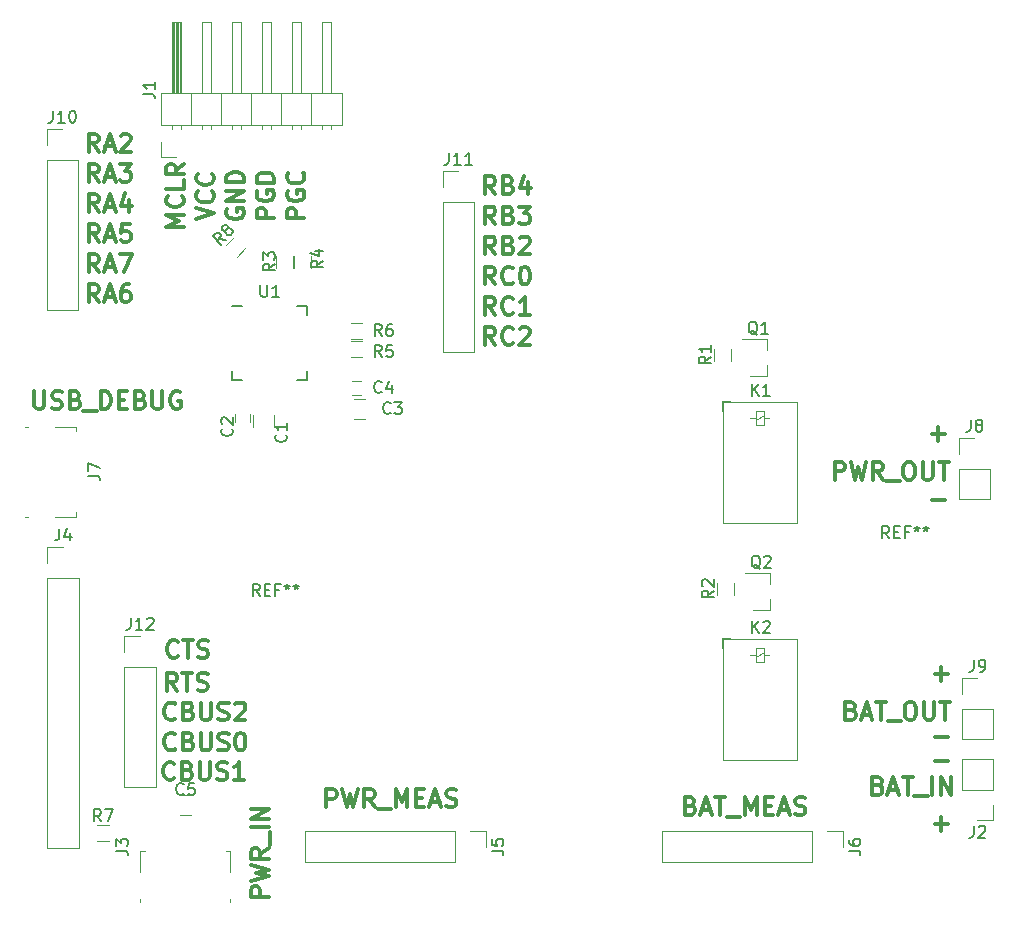
<source format=gto>
G04 #@! TF.FileFunction,Legend,Top*
%FSLAX46Y46*%
G04 Gerber Fmt 4.6, Leading zero omitted, Abs format (unit mm)*
G04 Created by KiCad (PCBNEW 4.0.7) date 07/06/18 10:56:57*
%MOMM*%
%LPD*%
G01*
G04 APERTURE LIST*
%ADD10C,0.100000*%
%ADD11C,0.300000*%
%ADD12C,0.120000*%
%ADD13C,0.150000*%
G04 APERTURE END LIST*
D10*
D11*
X50417171Y-80331143D02*
X48917171Y-80331143D01*
X49988600Y-79831143D01*
X48917171Y-79331143D01*
X50417171Y-79331143D01*
X50274314Y-77759714D02*
X50345743Y-77831143D01*
X50417171Y-78045429D01*
X50417171Y-78188286D01*
X50345743Y-78402571D01*
X50202886Y-78545429D01*
X50060029Y-78616857D01*
X49774314Y-78688286D01*
X49560029Y-78688286D01*
X49274314Y-78616857D01*
X49131457Y-78545429D01*
X48988600Y-78402571D01*
X48917171Y-78188286D01*
X48917171Y-78045429D01*
X48988600Y-77831143D01*
X49060029Y-77759714D01*
X50417171Y-76402571D02*
X50417171Y-77116857D01*
X48917171Y-77116857D01*
X50417171Y-75045428D02*
X49702886Y-75545428D01*
X50417171Y-75902571D02*
X48917171Y-75902571D01*
X48917171Y-75331143D01*
X48988600Y-75188285D01*
X49060029Y-75116857D01*
X49202886Y-75045428D01*
X49417171Y-75045428D01*
X49560029Y-75116857D01*
X49631457Y-75188285D01*
X49702886Y-75331143D01*
X49702886Y-75902571D01*
X51467171Y-79724000D02*
X52967171Y-79224000D01*
X51467171Y-78724000D01*
X52824314Y-77366857D02*
X52895743Y-77438286D01*
X52967171Y-77652572D01*
X52967171Y-77795429D01*
X52895743Y-78009714D01*
X52752886Y-78152572D01*
X52610029Y-78224000D01*
X52324314Y-78295429D01*
X52110029Y-78295429D01*
X51824314Y-78224000D01*
X51681457Y-78152572D01*
X51538600Y-78009714D01*
X51467171Y-77795429D01*
X51467171Y-77652572D01*
X51538600Y-77438286D01*
X51610029Y-77366857D01*
X52824314Y-75866857D02*
X52895743Y-75938286D01*
X52967171Y-76152572D01*
X52967171Y-76295429D01*
X52895743Y-76509714D01*
X52752886Y-76652572D01*
X52610029Y-76724000D01*
X52324314Y-76795429D01*
X52110029Y-76795429D01*
X51824314Y-76724000D01*
X51681457Y-76652572D01*
X51538600Y-76509714D01*
X51467171Y-76295429D01*
X51467171Y-76152572D01*
X51538600Y-75938286D01*
X51610029Y-75866857D01*
X54088600Y-78866857D02*
X54017171Y-79009714D01*
X54017171Y-79224000D01*
X54088600Y-79438285D01*
X54231457Y-79581143D01*
X54374314Y-79652571D01*
X54660029Y-79724000D01*
X54874314Y-79724000D01*
X55160029Y-79652571D01*
X55302886Y-79581143D01*
X55445743Y-79438285D01*
X55517171Y-79224000D01*
X55517171Y-79081143D01*
X55445743Y-78866857D01*
X55374314Y-78795428D01*
X54874314Y-78795428D01*
X54874314Y-79081143D01*
X55517171Y-78152571D02*
X54017171Y-78152571D01*
X55517171Y-77295428D01*
X54017171Y-77295428D01*
X55517171Y-76581142D02*
X54017171Y-76581142D01*
X54017171Y-76223999D01*
X54088600Y-76009714D01*
X54231457Y-75866856D01*
X54374314Y-75795428D01*
X54660029Y-75723999D01*
X54874314Y-75723999D01*
X55160029Y-75795428D01*
X55302886Y-75866856D01*
X55445743Y-76009714D01*
X55517171Y-76223999D01*
X55517171Y-76581142D01*
X58067171Y-79616857D02*
X56567171Y-79616857D01*
X56567171Y-79045429D01*
X56638600Y-78902571D01*
X56710029Y-78831143D01*
X56852886Y-78759714D01*
X57067171Y-78759714D01*
X57210029Y-78831143D01*
X57281457Y-78902571D01*
X57352886Y-79045429D01*
X57352886Y-79616857D01*
X56638600Y-77331143D02*
X56567171Y-77474000D01*
X56567171Y-77688286D01*
X56638600Y-77902571D01*
X56781457Y-78045429D01*
X56924314Y-78116857D01*
X57210029Y-78188286D01*
X57424314Y-78188286D01*
X57710029Y-78116857D01*
X57852886Y-78045429D01*
X57995743Y-77902571D01*
X58067171Y-77688286D01*
X58067171Y-77545429D01*
X57995743Y-77331143D01*
X57924314Y-77259714D01*
X57424314Y-77259714D01*
X57424314Y-77545429D01*
X58067171Y-76616857D02*
X56567171Y-76616857D01*
X56567171Y-76259714D01*
X56638600Y-76045429D01*
X56781457Y-75902571D01*
X56924314Y-75831143D01*
X57210029Y-75759714D01*
X57424314Y-75759714D01*
X57710029Y-75831143D01*
X57852886Y-75902571D01*
X57995743Y-76045429D01*
X58067171Y-76259714D01*
X58067171Y-76616857D01*
X60617171Y-79616857D02*
X59117171Y-79616857D01*
X59117171Y-79045429D01*
X59188600Y-78902571D01*
X59260029Y-78831143D01*
X59402886Y-78759714D01*
X59617171Y-78759714D01*
X59760029Y-78831143D01*
X59831457Y-78902571D01*
X59902886Y-79045429D01*
X59902886Y-79616857D01*
X59188600Y-77331143D02*
X59117171Y-77474000D01*
X59117171Y-77688286D01*
X59188600Y-77902571D01*
X59331457Y-78045429D01*
X59474314Y-78116857D01*
X59760029Y-78188286D01*
X59974314Y-78188286D01*
X60260029Y-78116857D01*
X60402886Y-78045429D01*
X60545743Y-77902571D01*
X60617171Y-77688286D01*
X60617171Y-77545429D01*
X60545743Y-77331143D01*
X60474314Y-77259714D01*
X59974314Y-77259714D01*
X59974314Y-77545429D01*
X60474314Y-75759714D02*
X60545743Y-75831143D01*
X60617171Y-76045429D01*
X60617171Y-76188286D01*
X60545743Y-76402571D01*
X60402886Y-76545429D01*
X60260029Y-76616857D01*
X59974314Y-76688286D01*
X59760029Y-76688286D01*
X59474314Y-76616857D01*
X59331457Y-76545429D01*
X59188600Y-76402571D01*
X59117171Y-76188286D01*
X59117171Y-76045429D01*
X59188600Y-75831143D01*
X59260029Y-75759714D01*
X76774801Y-77590171D02*
X76274801Y-76875886D01*
X75917658Y-77590171D02*
X75917658Y-76090171D01*
X76489086Y-76090171D01*
X76631944Y-76161600D01*
X76703372Y-76233029D01*
X76774801Y-76375886D01*
X76774801Y-76590171D01*
X76703372Y-76733029D01*
X76631944Y-76804457D01*
X76489086Y-76875886D01*
X75917658Y-76875886D01*
X77917658Y-76804457D02*
X78131944Y-76875886D01*
X78203372Y-76947314D01*
X78274801Y-77090171D01*
X78274801Y-77304457D01*
X78203372Y-77447314D01*
X78131944Y-77518743D01*
X77989086Y-77590171D01*
X77417658Y-77590171D01*
X77417658Y-76090171D01*
X77917658Y-76090171D01*
X78060515Y-76161600D01*
X78131944Y-76233029D01*
X78203372Y-76375886D01*
X78203372Y-76518743D01*
X78131944Y-76661600D01*
X78060515Y-76733029D01*
X77917658Y-76804457D01*
X77417658Y-76804457D01*
X79560515Y-76590171D02*
X79560515Y-77590171D01*
X79203372Y-76018743D02*
X78846229Y-77090171D01*
X79774801Y-77090171D01*
X76774801Y-80140171D02*
X76274801Y-79425886D01*
X75917658Y-80140171D02*
X75917658Y-78640171D01*
X76489086Y-78640171D01*
X76631944Y-78711600D01*
X76703372Y-78783029D01*
X76774801Y-78925886D01*
X76774801Y-79140171D01*
X76703372Y-79283029D01*
X76631944Y-79354457D01*
X76489086Y-79425886D01*
X75917658Y-79425886D01*
X77917658Y-79354457D02*
X78131944Y-79425886D01*
X78203372Y-79497314D01*
X78274801Y-79640171D01*
X78274801Y-79854457D01*
X78203372Y-79997314D01*
X78131944Y-80068743D01*
X77989086Y-80140171D01*
X77417658Y-80140171D01*
X77417658Y-78640171D01*
X77917658Y-78640171D01*
X78060515Y-78711600D01*
X78131944Y-78783029D01*
X78203372Y-78925886D01*
X78203372Y-79068743D01*
X78131944Y-79211600D01*
X78060515Y-79283029D01*
X77917658Y-79354457D01*
X77417658Y-79354457D01*
X78774801Y-78640171D02*
X79703372Y-78640171D01*
X79203372Y-79211600D01*
X79417658Y-79211600D01*
X79560515Y-79283029D01*
X79631944Y-79354457D01*
X79703372Y-79497314D01*
X79703372Y-79854457D01*
X79631944Y-79997314D01*
X79560515Y-80068743D01*
X79417658Y-80140171D01*
X78989086Y-80140171D01*
X78846229Y-80068743D01*
X78774801Y-79997314D01*
X76774801Y-82690171D02*
X76274801Y-81975886D01*
X75917658Y-82690171D02*
X75917658Y-81190171D01*
X76489086Y-81190171D01*
X76631944Y-81261600D01*
X76703372Y-81333029D01*
X76774801Y-81475886D01*
X76774801Y-81690171D01*
X76703372Y-81833029D01*
X76631944Y-81904457D01*
X76489086Y-81975886D01*
X75917658Y-81975886D01*
X77917658Y-81904457D02*
X78131944Y-81975886D01*
X78203372Y-82047314D01*
X78274801Y-82190171D01*
X78274801Y-82404457D01*
X78203372Y-82547314D01*
X78131944Y-82618743D01*
X77989086Y-82690171D01*
X77417658Y-82690171D01*
X77417658Y-81190171D01*
X77917658Y-81190171D01*
X78060515Y-81261600D01*
X78131944Y-81333029D01*
X78203372Y-81475886D01*
X78203372Y-81618743D01*
X78131944Y-81761600D01*
X78060515Y-81833029D01*
X77917658Y-81904457D01*
X77417658Y-81904457D01*
X78846229Y-81333029D02*
X78917658Y-81261600D01*
X79060515Y-81190171D01*
X79417658Y-81190171D01*
X79560515Y-81261600D01*
X79631944Y-81333029D01*
X79703372Y-81475886D01*
X79703372Y-81618743D01*
X79631944Y-81833029D01*
X78774801Y-82690171D01*
X79703372Y-82690171D01*
X76774801Y-85240171D02*
X76274801Y-84525886D01*
X75917658Y-85240171D02*
X75917658Y-83740171D01*
X76489086Y-83740171D01*
X76631944Y-83811600D01*
X76703372Y-83883029D01*
X76774801Y-84025886D01*
X76774801Y-84240171D01*
X76703372Y-84383029D01*
X76631944Y-84454457D01*
X76489086Y-84525886D01*
X75917658Y-84525886D01*
X78274801Y-85097314D02*
X78203372Y-85168743D01*
X77989086Y-85240171D01*
X77846229Y-85240171D01*
X77631944Y-85168743D01*
X77489086Y-85025886D01*
X77417658Y-84883029D01*
X77346229Y-84597314D01*
X77346229Y-84383029D01*
X77417658Y-84097314D01*
X77489086Y-83954457D01*
X77631944Y-83811600D01*
X77846229Y-83740171D01*
X77989086Y-83740171D01*
X78203372Y-83811600D01*
X78274801Y-83883029D01*
X79203372Y-83740171D02*
X79346229Y-83740171D01*
X79489086Y-83811600D01*
X79560515Y-83883029D01*
X79631944Y-84025886D01*
X79703372Y-84311600D01*
X79703372Y-84668743D01*
X79631944Y-84954457D01*
X79560515Y-85097314D01*
X79489086Y-85168743D01*
X79346229Y-85240171D01*
X79203372Y-85240171D01*
X79060515Y-85168743D01*
X78989086Y-85097314D01*
X78917658Y-84954457D01*
X78846229Y-84668743D01*
X78846229Y-84311600D01*
X78917658Y-84025886D01*
X78989086Y-83883029D01*
X79060515Y-83811600D01*
X79203372Y-83740171D01*
X76774801Y-87790171D02*
X76274801Y-87075886D01*
X75917658Y-87790171D02*
X75917658Y-86290171D01*
X76489086Y-86290171D01*
X76631944Y-86361600D01*
X76703372Y-86433029D01*
X76774801Y-86575886D01*
X76774801Y-86790171D01*
X76703372Y-86933029D01*
X76631944Y-87004457D01*
X76489086Y-87075886D01*
X75917658Y-87075886D01*
X78274801Y-87647314D02*
X78203372Y-87718743D01*
X77989086Y-87790171D01*
X77846229Y-87790171D01*
X77631944Y-87718743D01*
X77489086Y-87575886D01*
X77417658Y-87433029D01*
X77346229Y-87147314D01*
X77346229Y-86933029D01*
X77417658Y-86647314D01*
X77489086Y-86504457D01*
X77631944Y-86361600D01*
X77846229Y-86290171D01*
X77989086Y-86290171D01*
X78203372Y-86361600D01*
X78274801Y-86433029D01*
X79703372Y-87790171D02*
X78846229Y-87790171D01*
X79274801Y-87790171D02*
X79274801Y-86290171D01*
X79131944Y-86504457D01*
X78989086Y-86647314D01*
X78846229Y-86718743D01*
X76774801Y-90340171D02*
X76274801Y-89625886D01*
X75917658Y-90340171D02*
X75917658Y-88840171D01*
X76489086Y-88840171D01*
X76631944Y-88911600D01*
X76703372Y-88983029D01*
X76774801Y-89125886D01*
X76774801Y-89340171D01*
X76703372Y-89483029D01*
X76631944Y-89554457D01*
X76489086Y-89625886D01*
X75917658Y-89625886D01*
X78274801Y-90197314D02*
X78203372Y-90268743D01*
X77989086Y-90340171D01*
X77846229Y-90340171D01*
X77631944Y-90268743D01*
X77489086Y-90125886D01*
X77417658Y-89983029D01*
X77346229Y-89697314D01*
X77346229Y-89483029D01*
X77417658Y-89197314D01*
X77489086Y-89054457D01*
X77631944Y-88911600D01*
X77846229Y-88840171D01*
X77989086Y-88840171D01*
X78203372Y-88911600D01*
X78274801Y-88983029D01*
X78846229Y-88983029D02*
X78917658Y-88911600D01*
X79060515Y-88840171D01*
X79417658Y-88840171D01*
X79560515Y-88911600D01*
X79631944Y-88983029D01*
X79703372Y-89125886D01*
X79703372Y-89268743D01*
X79631944Y-89483029D01*
X78774801Y-90340171D01*
X79703372Y-90340171D01*
X43201544Y-73983371D02*
X42701544Y-73269086D01*
X42344401Y-73983371D02*
X42344401Y-72483371D01*
X42915829Y-72483371D01*
X43058687Y-72554800D01*
X43130115Y-72626229D01*
X43201544Y-72769086D01*
X43201544Y-72983371D01*
X43130115Y-73126229D01*
X43058687Y-73197657D01*
X42915829Y-73269086D01*
X42344401Y-73269086D01*
X43772972Y-73554800D02*
X44487258Y-73554800D01*
X43630115Y-73983371D02*
X44130115Y-72483371D01*
X44630115Y-73983371D01*
X45058686Y-72626229D02*
X45130115Y-72554800D01*
X45272972Y-72483371D01*
X45630115Y-72483371D01*
X45772972Y-72554800D01*
X45844401Y-72626229D01*
X45915829Y-72769086D01*
X45915829Y-72911943D01*
X45844401Y-73126229D01*
X44987258Y-73983371D01*
X45915829Y-73983371D01*
X43201544Y-76533371D02*
X42701544Y-75819086D01*
X42344401Y-76533371D02*
X42344401Y-75033371D01*
X42915829Y-75033371D01*
X43058687Y-75104800D01*
X43130115Y-75176229D01*
X43201544Y-75319086D01*
X43201544Y-75533371D01*
X43130115Y-75676229D01*
X43058687Y-75747657D01*
X42915829Y-75819086D01*
X42344401Y-75819086D01*
X43772972Y-76104800D02*
X44487258Y-76104800D01*
X43630115Y-76533371D02*
X44130115Y-75033371D01*
X44630115Y-76533371D01*
X44987258Y-75033371D02*
X45915829Y-75033371D01*
X45415829Y-75604800D01*
X45630115Y-75604800D01*
X45772972Y-75676229D01*
X45844401Y-75747657D01*
X45915829Y-75890514D01*
X45915829Y-76247657D01*
X45844401Y-76390514D01*
X45772972Y-76461943D01*
X45630115Y-76533371D01*
X45201543Y-76533371D01*
X45058686Y-76461943D01*
X44987258Y-76390514D01*
X43201544Y-79083371D02*
X42701544Y-78369086D01*
X42344401Y-79083371D02*
X42344401Y-77583371D01*
X42915829Y-77583371D01*
X43058687Y-77654800D01*
X43130115Y-77726229D01*
X43201544Y-77869086D01*
X43201544Y-78083371D01*
X43130115Y-78226229D01*
X43058687Y-78297657D01*
X42915829Y-78369086D01*
X42344401Y-78369086D01*
X43772972Y-78654800D02*
X44487258Y-78654800D01*
X43630115Y-79083371D02*
X44130115Y-77583371D01*
X44630115Y-79083371D01*
X45772972Y-78083371D02*
X45772972Y-79083371D01*
X45415829Y-77511943D02*
X45058686Y-78583371D01*
X45987258Y-78583371D01*
X43201544Y-81633371D02*
X42701544Y-80919086D01*
X42344401Y-81633371D02*
X42344401Y-80133371D01*
X42915829Y-80133371D01*
X43058687Y-80204800D01*
X43130115Y-80276229D01*
X43201544Y-80419086D01*
X43201544Y-80633371D01*
X43130115Y-80776229D01*
X43058687Y-80847657D01*
X42915829Y-80919086D01*
X42344401Y-80919086D01*
X43772972Y-81204800D02*
X44487258Y-81204800D01*
X43630115Y-81633371D02*
X44130115Y-80133371D01*
X44630115Y-81633371D01*
X45844401Y-80133371D02*
X45130115Y-80133371D01*
X45058686Y-80847657D01*
X45130115Y-80776229D01*
X45272972Y-80704800D01*
X45630115Y-80704800D01*
X45772972Y-80776229D01*
X45844401Y-80847657D01*
X45915829Y-80990514D01*
X45915829Y-81347657D01*
X45844401Y-81490514D01*
X45772972Y-81561943D01*
X45630115Y-81633371D01*
X45272972Y-81633371D01*
X45130115Y-81561943D01*
X45058686Y-81490514D01*
X43201544Y-84183371D02*
X42701544Y-83469086D01*
X42344401Y-84183371D02*
X42344401Y-82683371D01*
X42915829Y-82683371D01*
X43058687Y-82754800D01*
X43130115Y-82826229D01*
X43201544Y-82969086D01*
X43201544Y-83183371D01*
X43130115Y-83326229D01*
X43058687Y-83397657D01*
X42915829Y-83469086D01*
X42344401Y-83469086D01*
X43772972Y-83754800D02*
X44487258Y-83754800D01*
X43630115Y-84183371D02*
X44130115Y-82683371D01*
X44630115Y-84183371D01*
X44987258Y-82683371D02*
X45987258Y-82683371D01*
X45344401Y-84183371D01*
X43201544Y-86733371D02*
X42701544Y-86019086D01*
X42344401Y-86733371D02*
X42344401Y-85233371D01*
X42915829Y-85233371D01*
X43058687Y-85304800D01*
X43130115Y-85376229D01*
X43201544Y-85519086D01*
X43201544Y-85733371D01*
X43130115Y-85876229D01*
X43058687Y-85947657D01*
X42915829Y-86019086D01*
X42344401Y-86019086D01*
X43772972Y-86304800D02*
X44487258Y-86304800D01*
X43630115Y-86733371D02*
X44130115Y-85233371D01*
X44630115Y-86733371D01*
X45772972Y-85233371D02*
X45487258Y-85233371D01*
X45344401Y-85304800D01*
X45272972Y-85376229D01*
X45130115Y-85590514D01*
X45058686Y-85876229D01*
X45058686Y-86447657D01*
X45130115Y-86590514D01*
X45201543Y-86661943D01*
X45344401Y-86733371D01*
X45630115Y-86733371D01*
X45772972Y-86661943D01*
X45844401Y-86590514D01*
X45915829Y-86447657D01*
X45915829Y-86090514D01*
X45844401Y-85947657D01*
X45772972Y-85876229D01*
X45630115Y-85804800D01*
X45344401Y-85804800D01*
X45201543Y-85876229D01*
X45130115Y-85947657D01*
X45058686Y-86090514D01*
X93320172Y-129356657D02*
X93534458Y-129428086D01*
X93605886Y-129499514D01*
X93677315Y-129642371D01*
X93677315Y-129856657D01*
X93605886Y-129999514D01*
X93534458Y-130070943D01*
X93391600Y-130142371D01*
X92820172Y-130142371D01*
X92820172Y-128642371D01*
X93320172Y-128642371D01*
X93463029Y-128713800D01*
X93534458Y-128785229D01*
X93605886Y-128928086D01*
X93605886Y-129070943D01*
X93534458Y-129213800D01*
X93463029Y-129285229D01*
X93320172Y-129356657D01*
X92820172Y-129356657D01*
X94248743Y-129713800D02*
X94963029Y-129713800D01*
X94105886Y-130142371D02*
X94605886Y-128642371D01*
X95105886Y-130142371D01*
X95391600Y-128642371D02*
X96248743Y-128642371D01*
X95820172Y-130142371D02*
X95820172Y-128642371D01*
X96391600Y-130285229D02*
X97534457Y-130285229D01*
X97891600Y-130142371D02*
X97891600Y-128642371D01*
X98391600Y-129713800D01*
X98891600Y-128642371D01*
X98891600Y-130142371D01*
X99605886Y-129356657D02*
X100105886Y-129356657D01*
X100320172Y-130142371D02*
X99605886Y-130142371D01*
X99605886Y-128642371D01*
X100320172Y-128642371D01*
X100891600Y-129713800D02*
X101605886Y-129713800D01*
X100748743Y-130142371D02*
X101248743Y-128642371D01*
X101748743Y-130142371D01*
X102177314Y-130070943D02*
X102391600Y-130142371D01*
X102748743Y-130142371D01*
X102891600Y-130070943D01*
X102963029Y-129999514D01*
X103034457Y-129856657D01*
X103034457Y-129713800D01*
X102963029Y-129570943D01*
X102891600Y-129499514D01*
X102748743Y-129428086D01*
X102463029Y-129356657D01*
X102320171Y-129285229D01*
X102248743Y-129213800D01*
X102177314Y-129070943D01*
X102177314Y-128928086D01*
X102248743Y-128785229D01*
X102320171Y-128713800D01*
X102463029Y-128642371D01*
X102820171Y-128642371D01*
X103034457Y-128713800D01*
X62480715Y-129481971D02*
X62480715Y-127981971D01*
X63052143Y-127981971D01*
X63195001Y-128053400D01*
X63266429Y-128124829D01*
X63337858Y-128267686D01*
X63337858Y-128481971D01*
X63266429Y-128624829D01*
X63195001Y-128696257D01*
X63052143Y-128767686D01*
X62480715Y-128767686D01*
X63837858Y-127981971D02*
X64195001Y-129481971D01*
X64480715Y-128410543D01*
X64766429Y-129481971D01*
X65123572Y-127981971D01*
X66552144Y-129481971D02*
X66052144Y-128767686D01*
X65695001Y-129481971D02*
X65695001Y-127981971D01*
X66266429Y-127981971D01*
X66409287Y-128053400D01*
X66480715Y-128124829D01*
X66552144Y-128267686D01*
X66552144Y-128481971D01*
X66480715Y-128624829D01*
X66409287Y-128696257D01*
X66266429Y-128767686D01*
X65695001Y-128767686D01*
X66837858Y-129624829D02*
X67980715Y-129624829D01*
X68337858Y-129481971D02*
X68337858Y-127981971D01*
X68837858Y-129053400D01*
X69337858Y-127981971D01*
X69337858Y-129481971D01*
X70052144Y-128696257D02*
X70552144Y-128696257D01*
X70766430Y-129481971D02*
X70052144Y-129481971D01*
X70052144Y-127981971D01*
X70766430Y-127981971D01*
X71337858Y-129053400D02*
X72052144Y-129053400D01*
X71195001Y-129481971D02*
X71695001Y-127981971D01*
X72195001Y-129481971D01*
X72623572Y-129410543D02*
X72837858Y-129481971D01*
X73195001Y-129481971D01*
X73337858Y-129410543D01*
X73409287Y-129339114D01*
X73480715Y-129196257D01*
X73480715Y-129053400D01*
X73409287Y-128910543D01*
X73337858Y-128839114D01*
X73195001Y-128767686D01*
X72909287Y-128696257D01*
X72766429Y-128624829D01*
X72695001Y-128553400D01*
X72623572Y-128410543D01*
X72623572Y-128267686D01*
X72695001Y-128124829D01*
X72766429Y-128053400D01*
X72909287Y-127981971D01*
X73266429Y-127981971D01*
X73480715Y-128053400D01*
X49595401Y-127027714D02*
X49523972Y-127099143D01*
X49309686Y-127170571D01*
X49166829Y-127170571D01*
X48952544Y-127099143D01*
X48809686Y-126956286D01*
X48738258Y-126813429D01*
X48666829Y-126527714D01*
X48666829Y-126313429D01*
X48738258Y-126027714D01*
X48809686Y-125884857D01*
X48952544Y-125742000D01*
X49166829Y-125670571D01*
X49309686Y-125670571D01*
X49523972Y-125742000D01*
X49595401Y-125813429D01*
X50738258Y-126384857D02*
X50952544Y-126456286D01*
X51023972Y-126527714D01*
X51095401Y-126670571D01*
X51095401Y-126884857D01*
X51023972Y-127027714D01*
X50952544Y-127099143D01*
X50809686Y-127170571D01*
X50238258Y-127170571D01*
X50238258Y-125670571D01*
X50738258Y-125670571D01*
X50881115Y-125742000D01*
X50952544Y-125813429D01*
X51023972Y-125956286D01*
X51023972Y-126099143D01*
X50952544Y-126242000D01*
X50881115Y-126313429D01*
X50738258Y-126384857D01*
X50238258Y-126384857D01*
X51738258Y-125670571D02*
X51738258Y-126884857D01*
X51809686Y-127027714D01*
X51881115Y-127099143D01*
X52023972Y-127170571D01*
X52309686Y-127170571D01*
X52452544Y-127099143D01*
X52523972Y-127027714D01*
X52595401Y-126884857D01*
X52595401Y-125670571D01*
X53238258Y-127099143D02*
X53452544Y-127170571D01*
X53809687Y-127170571D01*
X53952544Y-127099143D01*
X54023973Y-127027714D01*
X54095401Y-126884857D01*
X54095401Y-126742000D01*
X54023973Y-126599143D01*
X53952544Y-126527714D01*
X53809687Y-126456286D01*
X53523973Y-126384857D01*
X53381115Y-126313429D01*
X53309687Y-126242000D01*
X53238258Y-126099143D01*
X53238258Y-125956286D01*
X53309687Y-125813429D01*
X53381115Y-125742000D01*
X53523973Y-125670571D01*
X53881115Y-125670571D01*
X54095401Y-125742000D01*
X55523972Y-127170571D02*
X54666829Y-127170571D01*
X55095401Y-127170571D02*
X55095401Y-125670571D01*
X54952544Y-125884857D01*
X54809686Y-126027714D01*
X54666829Y-126099143D01*
X49697001Y-121993514D02*
X49625572Y-122064943D01*
X49411286Y-122136371D01*
X49268429Y-122136371D01*
X49054144Y-122064943D01*
X48911286Y-121922086D01*
X48839858Y-121779229D01*
X48768429Y-121493514D01*
X48768429Y-121279229D01*
X48839858Y-120993514D01*
X48911286Y-120850657D01*
X49054144Y-120707800D01*
X49268429Y-120636371D01*
X49411286Y-120636371D01*
X49625572Y-120707800D01*
X49697001Y-120779229D01*
X50839858Y-121350657D02*
X51054144Y-121422086D01*
X51125572Y-121493514D01*
X51197001Y-121636371D01*
X51197001Y-121850657D01*
X51125572Y-121993514D01*
X51054144Y-122064943D01*
X50911286Y-122136371D01*
X50339858Y-122136371D01*
X50339858Y-120636371D01*
X50839858Y-120636371D01*
X50982715Y-120707800D01*
X51054144Y-120779229D01*
X51125572Y-120922086D01*
X51125572Y-121064943D01*
X51054144Y-121207800D01*
X50982715Y-121279229D01*
X50839858Y-121350657D01*
X50339858Y-121350657D01*
X51839858Y-120636371D02*
X51839858Y-121850657D01*
X51911286Y-121993514D01*
X51982715Y-122064943D01*
X52125572Y-122136371D01*
X52411286Y-122136371D01*
X52554144Y-122064943D01*
X52625572Y-121993514D01*
X52697001Y-121850657D01*
X52697001Y-120636371D01*
X53339858Y-122064943D02*
X53554144Y-122136371D01*
X53911287Y-122136371D01*
X54054144Y-122064943D01*
X54125573Y-121993514D01*
X54197001Y-121850657D01*
X54197001Y-121707800D01*
X54125573Y-121564943D01*
X54054144Y-121493514D01*
X53911287Y-121422086D01*
X53625573Y-121350657D01*
X53482715Y-121279229D01*
X53411287Y-121207800D01*
X53339858Y-121064943D01*
X53339858Y-120922086D01*
X53411287Y-120779229D01*
X53482715Y-120707800D01*
X53625573Y-120636371D01*
X53982715Y-120636371D01*
X54197001Y-120707800D01*
X54768429Y-120779229D02*
X54839858Y-120707800D01*
X54982715Y-120636371D01*
X55339858Y-120636371D01*
X55482715Y-120707800D01*
X55554144Y-120779229D01*
X55625572Y-120922086D01*
X55625572Y-121064943D01*
X55554144Y-121279229D01*
X54697001Y-122136371D01*
X55625572Y-122136371D01*
X49697001Y-124543514D02*
X49625572Y-124614943D01*
X49411286Y-124686371D01*
X49268429Y-124686371D01*
X49054144Y-124614943D01*
X48911286Y-124472086D01*
X48839858Y-124329229D01*
X48768429Y-124043514D01*
X48768429Y-123829229D01*
X48839858Y-123543514D01*
X48911286Y-123400657D01*
X49054144Y-123257800D01*
X49268429Y-123186371D01*
X49411286Y-123186371D01*
X49625572Y-123257800D01*
X49697001Y-123329229D01*
X50839858Y-123900657D02*
X51054144Y-123972086D01*
X51125572Y-124043514D01*
X51197001Y-124186371D01*
X51197001Y-124400657D01*
X51125572Y-124543514D01*
X51054144Y-124614943D01*
X50911286Y-124686371D01*
X50339858Y-124686371D01*
X50339858Y-123186371D01*
X50839858Y-123186371D01*
X50982715Y-123257800D01*
X51054144Y-123329229D01*
X51125572Y-123472086D01*
X51125572Y-123614943D01*
X51054144Y-123757800D01*
X50982715Y-123829229D01*
X50839858Y-123900657D01*
X50339858Y-123900657D01*
X51839858Y-123186371D02*
X51839858Y-124400657D01*
X51911286Y-124543514D01*
X51982715Y-124614943D01*
X52125572Y-124686371D01*
X52411286Y-124686371D01*
X52554144Y-124614943D01*
X52625572Y-124543514D01*
X52697001Y-124400657D01*
X52697001Y-123186371D01*
X53339858Y-124614943D02*
X53554144Y-124686371D01*
X53911287Y-124686371D01*
X54054144Y-124614943D01*
X54125573Y-124543514D01*
X54197001Y-124400657D01*
X54197001Y-124257800D01*
X54125573Y-124114943D01*
X54054144Y-124043514D01*
X53911287Y-123972086D01*
X53625573Y-123900657D01*
X53482715Y-123829229D01*
X53411287Y-123757800D01*
X53339858Y-123614943D01*
X53339858Y-123472086D01*
X53411287Y-123329229D01*
X53482715Y-123257800D01*
X53625573Y-123186371D01*
X53982715Y-123186371D01*
X54197001Y-123257800D01*
X55125572Y-123186371D02*
X55268429Y-123186371D01*
X55411286Y-123257800D01*
X55482715Y-123329229D01*
X55554144Y-123472086D01*
X55625572Y-123757800D01*
X55625572Y-124114943D01*
X55554144Y-124400657D01*
X55482715Y-124543514D01*
X55411286Y-124614943D01*
X55268429Y-124686371D01*
X55125572Y-124686371D01*
X54982715Y-124614943D01*
X54911286Y-124543514D01*
X54839858Y-124400657D01*
X54768429Y-124114943D01*
X54768429Y-123757800D01*
X54839858Y-123472086D01*
X54911286Y-123329229D01*
X54982715Y-123257800D01*
X55125572Y-123186371D01*
X49851572Y-119626771D02*
X49351572Y-118912486D01*
X48994429Y-119626771D02*
X48994429Y-118126771D01*
X49565857Y-118126771D01*
X49708715Y-118198200D01*
X49780143Y-118269629D01*
X49851572Y-118412486D01*
X49851572Y-118626771D01*
X49780143Y-118769629D01*
X49708715Y-118841057D01*
X49565857Y-118912486D01*
X48994429Y-118912486D01*
X50280143Y-118126771D02*
X51137286Y-118126771D01*
X50708715Y-119626771D02*
X50708715Y-118126771D01*
X51565857Y-119555343D02*
X51780143Y-119626771D01*
X52137286Y-119626771D01*
X52280143Y-119555343D01*
X52351572Y-119483914D01*
X52423000Y-119341057D01*
X52423000Y-119198200D01*
X52351572Y-119055343D01*
X52280143Y-118983914D01*
X52137286Y-118912486D01*
X51851572Y-118841057D01*
X51708714Y-118769629D01*
X51637286Y-118698200D01*
X51565857Y-118555343D01*
X51565857Y-118412486D01*
X51637286Y-118269629D01*
X51708714Y-118198200D01*
X51851572Y-118126771D01*
X52208714Y-118126771D01*
X52423000Y-118198200D01*
X49902372Y-116715314D02*
X49830943Y-116786743D01*
X49616657Y-116858171D01*
X49473800Y-116858171D01*
X49259515Y-116786743D01*
X49116657Y-116643886D01*
X49045229Y-116501029D01*
X48973800Y-116215314D01*
X48973800Y-116001029D01*
X49045229Y-115715314D01*
X49116657Y-115572457D01*
X49259515Y-115429600D01*
X49473800Y-115358171D01*
X49616657Y-115358171D01*
X49830943Y-115429600D01*
X49902372Y-115501029D01*
X50330943Y-115358171D02*
X51188086Y-115358171D01*
X50759515Y-116858171D02*
X50759515Y-115358171D01*
X51616657Y-116786743D02*
X51830943Y-116858171D01*
X52188086Y-116858171D01*
X52330943Y-116786743D01*
X52402372Y-116715314D01*
X52473800Y-116572457D01*
X52473800Y-116429600D01*
X52402372Y-116286743D01*
X52330943Y-116215314D01*
X52188086Y-116143886D01*
X51902372Y-116072457D01*
X51759514Y-116001029D01*
X51688086Y-115929600D01*
X51616657Y-115786743D01*
X51616657Y-115643886D01*
X51688086Y-115501029D01*
X51759514Y-115429600D01*
X51902372Y-115358171D01*
X52259514Y-115358171D01*
X52473800Y-115429600D01*
X113728572Y-103485143D02*
X114871429Y-103485143D01*
X113728572Y-97897143D02*
X114871429Y-97897143D01*
X114300000Y-98468571D02*
X114300000Y-97325714D01*
X105521714Y-101770571D02*
X105521714Y-100270571D01*
X106093142Y-100270571D01*
X106236000Y-100342000D01*
X106307428Y-100413429D01*
X106378857Y-100556286D01*
X106378857Y-100770571D01*
X106307428Y-100913429D01*
X106236000Y-100984857D01*
X106093142Y-101056286D01*
X105521714Y-101056286D01*
X106878857Y-100270571D02*
X107236000Y-101770571D01*
X107521714Y-100699143D01*
X107807428Y-101770571D01*
X108164571Y-100270571D01*
X109593143Y-101770571D02*
X109093143Y-101056286D01*
X108736000Y-101770571D02*
X108736000Y-100270571D01*
X109307428Y-100270571D01*
X109450286Y-100342000D01*
X109521714Y-100413429D01*
X109593143Y-100556286D01*
X109593143Y-100770571D01*
X109521714Y-100913429D01*
X109450286Y-100984857D01*
X109307428Y-101056286D01*
X108736000Y-101056286D01*
X109878857Y-101913429D02*
X111021714Y-101913429D01*
X111664571Y-100270571D02*
X111950285Y-100270571D01*
X112093143Y-100342000D01*
X112236000Y-100484857D01*
X112307428Y-100770571D01*
X112307428Y-101270571D01*
X112236000Y-101556286D01*
X112093143Y-101699143D01*
X111950285Y-101770571D01*
X111664571Y-101770571D01*
X111521714Y-101699143D01*
X111378857Y-101556286D01*
X111307428Y-101270571D01*
X111307428Y-100770571D01*
X111378857Y-100484857D01*
X111521714Y-100342000D01*
X111664571Y-100270571D01*
X112950286Y-100270571D02*
X112950286Y-101484857D01*
X113021714Y-101627714D01*
X113093143Y-101699143D01*
X113236000Y-101770571D01*
X113521714Y-101770571D01*
X113664572Y-101699143D01*
X113736000Y-101627714D01*
X113807429Y-101484857D01*
X113807429Y-100270571D01*
X114307429Y-100270571D02*
X115164572Y-100270571D01*
X114736001Y-101770571D02*
X114736001Y-100270571D01*
X113982572Y-118217143D02*
X115125429Y-118217143D01*
X114554000Y-118788571D02*
X114554000Y-117645714D01*
X113982572Y-123551143D02*
X115125429Y-123551143D01*
X106922572Y-121304857D02*
X107136858Y-121376286D01*
X107208286Y-121447714D01*
X107279715Y-121590571D01*
X107279715Y-121804857D01*
X107208286Y-121947714D01*
X107136858Y-122019143D01*
X106994000Y-122090571D01*
X106422572Y-122090571D01*
X106422572Y-120590571D01*
X106922572Y-120590571D01*
X107065429Y-120662000D01*
X107136858Y-120733429D01*
X107208286Y-120876286D01*
X107208286Y-121019143D01*
X107136858Y-121162000D01*
X107065429Y-121233429D01*
X106922572Y-121304857D01*
X106422572Y-121304857D01*
X107851143Y-121662000D02*
X108565429Y-121662000D01*
X107708286Y-122090571D02*
X108208286Y-120590571D01*
X108708286Y-122090571D01*
X108994000Y-120590571D02*
X109851143Y-120590571D01*
X109422572Y-122090571D02*
X109422572Y-120590571D01*
X109994000Y-122233429D02*
X111136857Y-122233429D01*
X111779714Y-120590571D02*
X112065428Y-120590571D01*
X112208286Y-120662000D01*
X112351143Y-120804857D01*
X112422571Y-121090571D01*
X112422571Y-121590571D01*
X112351143Y-121876286D01*
X112208286Y-122019143D01*
X112065428Y-122090571D01*
X111779714Y-122090571D01*
X111636857Y-122019143D01*
X111494000Y-121876286D01*
X111422571Y-121590571D01*
X111422571Y-121090571D01*
X111494000Y-120804857D01*
X111636857Y-120662000D01*
X111779714Y-120590571D01*
X113065429Y-120590571D02*
X113065429Y-121804857D01*
X113136857Y-121947714D01*
X113208286Y-122019143D01*
X113351143Y-122090571D01*
X113636857Y-122090571D01*
X113779715Y-122019143D01*
X113851143Y-121947714D01*
X113922572Y-121804857D01*
X113922572Y-120590571D01*
X114422572Y-120590571D02*
X115279715Y-120590571D01*
X114851144Y-122090571D02*
X114851144Y-120590571D01*
X109192572Y-127654857D02*
X109406858Y-127726286D01*
X109478286Y-127797714D01*
X109549715Y-127940571D01*
X109549715Y-128154857D01*
X109478286Y-128297714D01*
X109406858Y-128369143D01*
X109264000Y-128440571D01*
X108692572Y-128440571D01*
X108692572Y-126940571D01*
X109192572Y-126940571D01*
X109335429Y-127012000D01*
X109406858Y-127083429D01*
X109478286Y-127226286D01*
X109478286Y-127369143D01*
X109406858Y-127512000D01*
X109335429Y-127583429D01*
X109192572Y-127654857D01*
X108692572Y-127654857D01*
X110121143Y-128012000D02*
X110835429Y-128012000D01*
X109978286Y-128440571D02*
X110478286Y-126940571D01*
X110978286Y-128440571D01*
X111264000Y-126940571D02*
X112121143Y-126940571D01*
X111692572Y-128440571D02*
X111692572Y-126940571D01*
X112264000Y-128583429D02*
X113406857Y-128583429D01*
X113764000Y-128440571D02*
X113764000Y-126940571D01*
X114478286Y-128440571D02*
X114478286Y-126940571D01*
X115335429Y-128440571D01*
X115335429Y-126940571D01*
X113982572Y-125583143D02*
X115125429Y-125583143D01*
X113982572Y-130917143D02*
X115125429Y-130917143D01*
X114554000Y-131488571D02*
X114554000Y-130345714D01*
X37738029Y-94276171D02*
X37738029Y-95490457D01*
X37809457Y-95633314D01*
X37880886Y-95704743D01*
X38023743Y-95776171D01*
X38309457Y-95776171D01*
X38452315Y-95704743D01*
X38523743Y-95633314D01*
X38595172Y-95490457D01*
X38595172Y-94276171D01*
X39238029Y-95704743D02*
X39452315Y-95776171D01*
X39809458Y-95776171D01*
X39952315Y-95704743D01*
X40023744Y-95633314D01*
X40095172Y-95490457D01*
X40095172Y-95347600D01*
X40023744Y-95204743D01*
X39952315Y-95133314D01*
X39809458Y-95061886D01*
X39523744Y-94990457D01*
X39380886Y-94919029D01*
X39309458Y-94847600D01*
X39238029Y-94704743D01*
X39238029Y-94561886D01*
X39309458Y-94419029D01*
X39380886Y-94347600D01*
X39523744Y-94276171D01*
X39880886Y-94276171D01*
X40095172Y-94347600D01*
X41238029Y-94990457D02*
X41452315Y-95061886D01*
X41523743Y-95133314D01*
X41595172Y-95276171D01*
X41595172Y-95490457D01*
X41523743Y-95633314D01*
X41452315Y-95704743D01*
X41309457Y-95776171D01*
X40738029Y-95776171D01*
X40738029Y-94276171D01*
X41238029Y-94276171D01*
X41380886Y-94347600D01*
X41452315Y-94419029D01*
X41523743Y-94561886D01*
X41523743Y-94704743D01*
X41452315Y-94847600D01*
X41380886Y-94919029D01*
X41238029Y-94990457D01*
X40738029Y-94990457D01*
X41880886Y-95919029D02*
X43023743Y-95919029D01*
X43380886Y-95776171D02*
X43380886Y-94276171D01*
X43738029Y-94276171D01*
X43952314Y-94347600D01*
X44095172Y-94490457D01*
X44166600Y-94633314D01*
X44238029Y-94919029D01*
X44238029Y-95133314D01*
X44166600Y-95419029D01*
X44095172Y-95561886D01*
X43952314Y-95704743D01*
X43738029Y-95776171D01*
X43380886Y-95776171D01*
X44880886Y-94990457D02*
X45380886Y-94990457D01*
X45595172Y-95776171D02*
X44880886Y-95776171D01*
X44880886Y-94276171D01*
X45595172Y-94276171D01*
X46738029Y-94990457D02*
X46952315Y-95061886D01*
X47023743Y-95133314D01*
X47095172Y-95276171D01*
X47095172Y-95490457D01*
X47023743Y-95633314D01*
X46952315Y-95704743D01*
X46809457Y-95776171D01*
X46238029Y-95776171D01*
X46238029Y-94276171D01*
X46738029Y-94276171D01*
X46880886Y-94347600D01*
X46952315Y-94419029D01*
X47023743Y-94561886D01*
X47023743Y-94704743D01*
X46952315Y-94847600D01*
X46880886Y-94919029D01*
X46738029Y-94990457D01*
X46238029Y-94990457D01*
X47738029Y-94276171D02*
X47738029Y-95490457D01*
X47809457Y-95633314D01*
X47880886Y-95704743D01*
X48023743Y-95776171D01*
X48309457Y-95776171D01*
X48452315Y-95704743D01*
X48523743Y-95633314D01*
X48595172Y-95490457D01*
X48595172Y-94276171D01*
X50095172Y-94347600D02*
X49952315Y-94276171D01*
X49738029Y-94276171D01*
X49523744Y-94347600D01*
X49380886Y-94490457D01*
X49309458Y-94633314D01*
X49238029Y-94919029D01*
X49238029Y-95133314D01*
X49309458Y-95419029D01*
X49380886Y-95561886D01*
X49523744Y-95704743D01*
X49738029Y-95776171D01*
X49880886Y-95776171D01*
X50095172Y-95704743D01*
X50166601Y-95633314D01*
X50166601Y-95133314D01*
X49880886Y-95133314D01*
X57574571Y-137064286D02*
X56074571Y-137064286D01*
X56074571Y-136492858D01*
X56146000Y-136350000D01*
X56217429Y-136278572D01*
X56360286Y-136207143D01*
X56574571Y-136207143D01*
X56717429Y-136278572D01*
X56788857Y-136350000D01*
X56860286Y-136492858D01*
X56860286Y-137064286D01*
X56074571Y-135707143D02*
X57574571Y-135350000D01*
X56503143Y-135064286D01*
X57574571Y-134778572D01*
X56074571Y-134421429D01*
X57574571Y-132992857D02*
X56860286Y-133492857D01*
X57574571Y-133850000D02*
X56074571Y-133850000D01*
X56074571Y-133278572D01*
X56146000Y-133135714D01*
X56217429Y-133064286D01*
X56360286Y-132992857D01*
X56574571Y-132992857D01*
X56717429Y-133064286D01*
X56788857Y-133135714D01*
X56860286Y-133278572D01*
X56860286Y-133850000D01*
X57717429Y-132707143D02*
X57717429Y-131564286D01*
X57574571Y-131207143D02*
X56074571Y-131207143D01*
X57574571Y-130492857D02*
X56074571Y-130492857D01*
X57574571Y-129635714D01*
X56074571Y-129635714D01*
D12*
X48454000Y-71712000D02*
X63814000Y-71712000D01*
X63814000Y-71712000D02*
X63814000Y-69052000D01*
X63814000Y-69052000D02*
X48454000Y-69052000D01*
X48454000Y-69052000D02*
X48454000Y-71712000D01*
X49404000Y-69052000D02*
X49404000Y-63052000D01*
X49404000Y-63052000D02*
X50164000Y-63052000D01*
X50164000Y-63052000D02*
X50164000Y-69052000D01*
X49464000Y-69052000D02*
X49464000Y-63052000D01*
X49584000Y-69052000D02*
X49584000Y-63052000D01*
X49704000Y-69052000D02*
X49704000Y-63052000D01*
X49824000Y-69052000D02*
X49824000Y-63052000D01*
X49944000Y-69052000D02*
X49944000Y-63052000D01*
X50064000Y-69052000D02*
X50064000Y-63052000D01*
X49404000Y-72042000D02*
X49404000Y-71712000D01*
X50164000Y-72042000D02*
X50164000Y-71712000D01*
X51054000Y-71712000D02*
X51054000Y-69052000D01*
X51944000Y-69052000D02*
X51944000Y-63052000D01*
X51944000Y-63052000D02*
X52704000Y-63052000D01*
X52704000Y-63052000D02*
X52704000Y-69052000D01*
X51944000Y-72109071D02*
X51944000Y-71712000D01*
X52704000Y-72109071D02*
X52704000Y-71712000D01*
X53594000Y-71712000D02*
X53594000Y-69052000D01*
X54484000Y-69052000D02*
X54484000Y-63052000D01*
X54484000Y-63052000D02*
X55244000Y-63052000D01*
X55244000Y-63052000D02*
X55244000Y-69052000D01*
X54484000Y-72109071D02*
X54484000Y-71712000D01*
X55244000Y-72109071D02*
X55244000Y-71712000D01*
X56134000Y-71712000D02*
X56134000Y-69052000D01*
X57024000Y-69052000D02*
X57024000Y-63052000D01*
X57024000Y-63052000D02*
X57784000Y-63052000D01*
X57784000Y-63052000D02*
X57784000Y-69052000D01*
X57024000Y-72109071D02*
X57024000Y-71712000D01*
X57784000Y-72109071D02*
X57784000Y-71712000D01*
X58674000Y-71712000D02*
X58674000Y-69052000D01*
X59564000Y-69052000D02*
X59564000Y-63052000D01*
X59564000Y-63052000D02*
X60324000Y-63052000D01*
X60324000Y-63052000D02*
X60324000Y-69052000D01*
X59564000Y-72109071D02*
X59564000Y-71712000D01*
X60324000Y-72109071D02*
X60324000Y-71712000D01*
X61214000Y-71712000D02*
X61214000Y-69052000D01*
X62104000Y-69052000D02*
X62104000Y-63052000D01*
X62104000Y-63052000D02*
X62864000Y-63052000D01*
X62864000Y-63052000D02*
X62864000Y-69052000D01*
X62104000Y-72109071D02*
X62104000Y-71712000D01*
X62864000Y-72109071D02*
X62864000Y-71712000D01*
X49784000Y-74422000D02*
X48514000Y-74422000D01*
X48514000Y-74422000D02*
X48514000Y-73152000D01*
D13*
X60808000Y-87020000D02*
X60808000Y-87810000D01*
X54508000Y-93320000D02*
X54508000Y-92530000D01*
X60808000Y-93320000D02*
X60808000Y-92530000D01*
X54508000Y-87020000D02*
X55298000Y-87020000D01*
X54508000Y-93320000D02*
X55298000Y-93320000D01*
X60808000Y-93320000D02*
X60018000Y-93320000D01*
X60808000Y-87020000D02*
X60018000Y-87020000D01*
D12*
X56300000Y-96274000D02*
X56300000Y-97274000D01*
X58000000Y-97274000D02*
X58000000Y-96274000D01*
X55972000Y-96170000D02*
X55972000Y-96870000D01*
X54772000Y-96870000D02*
X54772000Y-96170000D01*
X54356000Y-133234000D02*
X53976000Y-133234000D01*
X54356000Y-137284000D02*
X54356000Y-137544000D01*
X54356000Y-133234000D02*
X54356000Y-135004000D01*
X46736000Y-133234000D02*
X47116000Y-133234000D01*
X46736000Y-135004000D02*
X46736000Y-133234000D01*
X46736000Y-137544000D02*
X46736000Y-137284000D01*
X60646000Y-131512000D02*
X60646000Y-134172000D01*
X73406000Y-131512000D02*
X60646000Y-131512000D01*
X73406000Y-134172000D02*
X60646000Y-134172000D01*
X73406000Y-131512000D02*
X73406000Y-134172000D01*
X74676000Y-131512000D02*
X76006000Y-131512000D01*
X76006000Y-131512000D02*
X76006000Y-132842000D01*
X90872000Y-131512000D02*
X90872000Y-134172000D01*
X103632000Y-131512000D02*
X90872000Y-131512000D01*
X103632000Y-134172000D02*
X90872000Y-134172000D01*
X103632000Y-131512000D02*
X103632000Y-134172000D01*
X104902000Y-131512000D02*
X106232000Y-131512000D01*
X106232000Y-131512000D02*
X106232000Y-132842000D01*
X41264000Y-104902000D02*
X41264000Y-104522000D01*
X37214000Y-104902000D02*
X36954000Y-104902000D01*
X41264000Y-104902000D02*
X39494000Y-104902000D01*
X41264000Y-97282000D02*
X41264000Y-97662000D01*
X39494000Y-97282000D02*
X41264000Y-97282000D01*
X36954000Y-97282000D02*
X37214000Y-97282000D01*
X116018000Y-103438000D02*
X118678000Y-103438000D01*
X116018000Y-100838000D02*
X116018000Y-103438000D01*
X118678000Y-100838000D02*
X118678000Y-103438000D01*
X116018000Y-100838000D02*
X118678000Y-100838000D01*
X116018000Y-99568000D02*
X116018000Y-98238000D01*
X116018000Y-98238000D02*
X117348000Y-98238000D01*
X116272000Y-123758000D02*
X118932000Y-123758000D01*
X116272000Y-121158000D02*
X116272000Y-123758000D01*
X118932000Y-121158000D02*
X118932000Y-123758000D01*
X116272000Y-121158000D02*
X118932000Y-121158000D01*
X116272000Y-119888000D02*
X116272000Y-118558000D01*
X116272000Y-118558000D02*
X117602000Y-118558000D01*
X96036000Y-105420000D02*
X96036000Y-95220000D01*
X102336000Y-95220000D02*
X102336000Y-105420000D01*
X99536000Y-96520000D02*
X99936000Y-96520000D01*
X98836000Y-96520000D02*
X98336000Y-96520000D01*
X98836000Y-96720000D02*
X99536000Y-96320000D01*
X98836000Y-95920000D02*
X98836000Y-97120000D01*
X98836000Y-97120000D02*
X99536000Y-97120000D01*
X99536000Y-97120000D02*
X99536000Y-95920000D01*
X99536000Y-95920000D02*
X98836000Y-95920000D01*
X95936000Y-95920000D02*
X95936000Y-95120000D01*
X95936000Y-95120000D02*
X96636000Y-95120000D01*
X102336000Y-105420000D02*
X96036000Y-105420000D01*
X96036000Y-95220000D02*
X102336000Y-95220000D01*
X96036000Y-125486000D02*
X96036000Y-115286000D01*
X102336000Y-115286000D02*
X102336000Y-125486000D01*
X99536000Y-116586000D02*
X99936000Y-116586000D01*
X98836000Y-116586000D02*
X98336000Y-116586000D01*
X98836000Y-116786000D02*
X99536000Y-116386000D01*
X98836000Y-115986000D02*
X98836000Y-117186000D01*
X98836000Y-117186000D02*
X99536000Y-117186000D01*
X99536000Y-117186000D02*
X99536000Y-115986000D01*
X99536000Y-115986000D02*
X98836000Y-115986000D01*
X95936000Y-115986000D02*
X95936000Y-115186000D01*
X95936000Y-115186000D02*
X96636000Y-115186000D01*
X102336000Y-125486000D02*
X96036000Y-125486000D01*
X96036000Y-115286000D02*
X102336000Y-115286000D01*
X99820000Y-93020000D02*
X99820000Y-92090000D01*
X99820000Y-89860000D02*
X99820000Y-90790000D01*
X99820000Y-89860000D02*
X97660000Y-89860000D01*
X99820000Y-93020000D02*
X98360000Y-93020000D01*
X100074000Y-112832000D02*
X100074000Y-111902000D01*
X100074000Y-109672000D02*
X100074000Y-110602000D01*
X100074000Y-109672000D02*
X97914000Y-109672000D01*
X100074000Y-112832000D02*
X98614000Y-112832000D01*
X96692000Y-90686000D02*
X96692000Y-91686000D01*
X95332000Y-91686000D02*
X95332000Y-90686000D01*
X96946000Y-110498000D02*
X96946000Y-111498000D01*
X95586000Y-111498000D02*
X95586000Y-110498000D01*
X58248000Y-83812000D02*
X58248000Y-82812000D01*
X59608000Y-82812000D02*
X59608000Y-83812000D01*
X61132000Y-82812000D02*
X61132000Y-83812000D01*
X59772000Y-83812000D02*
X59772000Y-82812000D01*
X118932000Y-125416000D02*
X116272000Y-125416000D01*
X118932000Y-128016000D02*
X118932000Y-125416000D01*
X116272000Y-128016000D02*
X116272000Y-125416000D01*
X118932000Y-128016000D02*
X116272000Y-128016000D01*
X118932000Y-129286000D02*
X118932000Y-130616000D01*
X118932000Y-130616000D02*
X117602000Y-130616000D01*
X64524000Y-89998000D02*
X65524000Y-89998000D01*
X65524000Y-91358000D02*
X64524000Y-91358000D01*
X64524000Y-88474000D02*
X65524000Y-88474000D01*
X65524000Y-89834000D02*
X64524000Y-89834000D01*
X64778000Y-96608000D02*
X65778000Y-96608000D01*
X65778000Y-94908000D02*
X64778000Y-94908000D01*
X64674000Y-93380000D02*
X65374000Y-93380000D01*
X65374000Y-94580000D02*
X64674000Y-94580000D01*
X50046000Y-130136000D02*
X51046000Y-130136000D01*
X51046000Y-128436000D02*
X50046000Y-128436000D01*
X38802000Y-87436000D02*
X41462000Y-87436000D01*
X38802000Y-74676000D02*
X38802000Y-87436000D01*
X41462000Y-74676000D02*
X41462000Y-87436000D01*
X38802000Y-74676000D02*
X41462000Y-74676000D01*
X38802000Y-73406000D02*
X38802000Y-72076000D01*
X38802000Y-72076000D02*
X40132000Y-72076000D01*
X72330000Y-90992000D02*
X74990000Y-90992000D01*
X72330000Y-78232000D02*
X72330000Y-90992000D01*
X74990000Y-78232000D02*
X74990000Y-90992000D01*
X72330000Y-78232000D02*
X74990000Y-78232000D01*
X72330000Y-76962000D02*
X72330000Y-75632000D01*
X72330000Y-75632000D02*
X73660000Y-75632000D01*
X38852800Y-110058200D02*
X38852800Y-132978200D01*
X38852800Y-132978200D02*
X41512800Y-132978200D01*
X41512800Y-132978200D02*
X41512800Y-110058200D01*
X41512800Y-110058200D02*
X38852800Y-110058200D01*
X38852800Y-108788200D02*
X38852800Y-107458200D01*
X38852800Y-107458200D02*
X40182800Y-107458200D01*
X45380600Y-117602000D02*
X45380600Y-127822000D01*
X45380600Y-127822000D02*
X48040600Y-127822000D01*
X48040600Y-127822000D02*
X48040600Y-117602000D01*
X48040600Y-117602000D02*
X45380600Y-117602000D01*
X45380600Y-116332000D02*
X45380600Y-115002000D01*
X45380600Y-115002000D02*
X46710600Y-115002000D01*
X44061000Y-132353600D02*
X43061000Y-132353600D01*
X43061000Y-130993600D02*
X44061000Y-130993600D01*
X55622186Y-82169279D02*
X54915079Y-82876386D01*
X53953414Y-81914721D02*
X54660521Y-81207614D01*
D13*
X110121867Y-106716981D02*
X109788533Y-106240790D01*
X109550438Y-106716981D02*
X109550438Y-105716981D01*
X109931391Y-105716981D01*
X110026629Y-105764600D01*
X110074248Y-105812219D01*
X110121867Y-105907457D01*
X110121867Y-106050314D01*
X110074248Y-106145552D01*
X110026629Y-106193171D01*
X109931391Y-106240790D01*
X109550438Y-106240790D01*
X110550438Y-106193171D02*
X110883772Y-106193171D01*
X111026629Y-106716981D02*
X110550438Y-106716981D01*
X110550438Y-105716981D01*
X111026629Y-105716981D01*
X111788534Y-106193171D02*
X111455200Y-106193171D01*
X111455200Y-106716981D02*
X111455200Y-105716981D01*
X111931391Y-105716981D01*
X112455200Y-105716981D02*
X112455200Y-105955076D01*
X112217105Y-105859838D02*
X112455200Y-105955076D01*
X112693296Y-105859838D01*
X112312343Y-106145552D02*
X112455200Y-105955076D01*
X112598058Y-106145552D01*
X113217105Y-105716981D02*
X113217105Y-105955076D01*
X112979010Y-105859838D02*
X113217105Y-105955076D01*
X113455201Y-105859838D01*
X113074248Y-106145552D02*
X113217105Y-105955076D01*
X113359963Y-106145552D01*
X56832667Y-111593781D02*
X56499333Y-111117590D01*
X56261238Y-111593781D02*
X56261238Y-110593781D01*
X56642191Y-110593781D01*
X56737429Y-110641400D01*
X56785048Y-110689019D01*
X56832667Y-110784257D01*
X56832667Y-110927114D01*
X56785048Y-111022352D01*
X56737429Y-111069971D01*
X56642191Y-111117590D01*
X56261238Y-111117590D01*
X57261238Y-111069971D02*
X57594572Y-111069971D01*
X57737429Y-111593781D02*
X57261238Y-111593781D01*
X57261238Y-110593781D01*
X57737429Y-110593781D01*
X58499334Y-111069971D02*
X58166000Y-111069971D01*
X58166000Y-111593781D02*
X58166000Y-110593781D01*
X58642191Y-110593781D01*
X59166000Y-110593781D02*
X59166000Y-110831876D01*
X58927905Y-110736638D02*
X59166000Y-110831876D01*
X59404096Y-110736638D01*
X59023143Y-111022352D02*
X59166000Y-110831876D01*
X59308858Y-111022352D01*
X59927905Y-110593781D02*
X59927905Y-110831876D01*
X59689810Y-110736638D02*
X59927905Y-110831876D01*
X60166001Y-110736638D01*
X59785048Y-111022352D02*
X59927905Y-110831876D01*
X60070763Y-111022352D01*
X46966381Y-69100333D02*
X47680667Y-69100333D01*
X47823524Y-69147953D01*
X47918762Y-69243191D01*
X47966381Y-69386048D01*
X47966381Y-69481286D01*
X47966381Y-68100333D02*
X47966381Y-68671762D01*
X47966381Y-68386048D02*
X46966381Y-68386048D01*
X47109238Y-68481286D01*
X47204476Y-68576524D01*
X47252095Y-68671762D01*
X56896095Y-85272381D02*
X56896095Y-86081905D01*
X56943714Y-86177143D01*
X56991333Y-86224762D01*
X57086571Y-86272381D01*
X57277048Y-86272381D01*
X57372286Y-86224762D01*
X57419905Y-86177143D01*
X57467524Y-86081905D01*
X57467524Y-85272381D01*
X58467524Y-86272381D02*
X57896095Y-86272381D01*
X58181809Y-86272381D02*
X58181809Y-85272381D01*
X58086571Y-85415238D01*
X57991333Y-85510476D01*
X57896095Y-85558095D01*
X59031143Y-97956666D02*
X59078762Y-98004285D01*
X59126381Y-98147142D01*
X59126381Y-98242380D01*
X59078762Y-98385238D01*
X58983524Y-98480476D01*
X58888286Y-98528095D01*
X58697810Y-98575714D01*
X58554952Y-98575714D01*
X58364476Y-98528095D01*
X58269238Y-98480476D01*
X58174000Y-98385238D01*
X58126381Y-98242380D01*
X58126381Y-98147142D01*
X58174000Y-98004285D01*
X58221619Y-97956666D01*
X59126381Y-97004285D02*
X59126381Y-97575714D01*
X59126381Y-97290000D02*
X58126381Y-97290000D01*
X58269238Y-97385238D01*
X58364476Y-97480476D01*
X58412095Y-97575714D01*
X54459143Y-97448666D02*
X54506762Y-97496285D01*
X54554381Y-97639142D01*
X54554381Y-97734380D01*
X54506762Y-97877238D01*
X54411524Y-97972476D01*
X54316286Y-98020095D01*
X54125810Y-98067714D01*
X53982952Y-98067714D01*
X53792476Y-98020095D01*
X53697238Y-97972476D01*
X53602000Y-97877238D01*
X53554381Y-97734380D01*
X53554381Y-97639142D01*
X53602000Y-97496285D01*
X53649619Y-97448666D01*
X53649619Y-97067714D02*
X53602000Y-97020095D01*
X53554381Y-96924857D01*
X53554381Y-96686761D01*
X53602000Y-96591523D01*
X53649619Y-96543904D01*
X53744857Y-96496285D01*
X53840095Y-96496285D01*
X53982952Y-96543904D01*
X54554381Y-97115333D01*
X54554381Y-96496285D01*
X44664381Y-133175333D02*
X45378667Y-133175333D01*
X45521524Y-133222953D01*
X45616762Y-133318191D01*
X45664381Y-133461048D01*
X45664381Y-133556286D01*
X44664381Y-132794381D02*
X44664381Y-132175333D01*
X45045333Y-132508667D01*
X45045333Y-132365809D01*
X45092952Y-132270571D01*
X45140571Y-132222952D01*
X45235810Y-132175333D01*
X45473905Y-132175333D01*
X45569143Y-132222952D01*
X45616762Y-132270571D01*
X45664381Y-132365809D01*
X45664381Y-132651524D01*
X45616762Y-132746762D01*
X45569143Y-132794381D01*
X76458381Y-133175333D02*
X77172667Y-133175333D01*
X77315524Y-133222953D01*
X77410762Y-133318191D01*
X77458381Y-133461048D01*
X77458381Y-133556286D01*
X76458381Y-132222952D02*
X76458381Y-132699143D01*
X76934571Y-132746762D01*
X76886952Y-132699143D01*
X76839333Y-132603905D01*
X76839333Y-132365809D01*
X76886952Y-132270571D01*
X76934571Y-132222952D01*
X77029810Y-132175333D01*
X77267905Y-132175333D01*
X77363143Y-132222952D01*
X77410762Y-132270571D01*
X77458381Y-132365809D01*
X77458381Y-132603905D01*
X77410762Y-132699143D01*
X77363143Y-132746762D01*
X106684381Y-133175333D02*
X107398667Y-133175333D01*
X107541524Y-133222953D01*
X107636762Y-133318191D01*
X107684381Y-133461048D01*
X107684381Y-133556286D01*
X106684381Y-132270571D02*
X106684381Y-132461048D01*
X106732000Y-132556286D01*
X106779619Y-132603905D01*
X106922476Y-132699143D01*
X107112952Y-132746762D01*
X107493905Y-132746762D01*
X107589143Y-132699143D01*
X107636762Y-132651524D01*
X107684381Y-132556286D01*
X107684381Y-132365809D01*
X107636762Y-132270571D01*
X107589143Y-132222952D01*
X107493905Y-132175333D01*
X107255810Y-132175333D01*
X107160571Y-132222952D01*
X107112952Y-132270571D01*
X107065333Y-132365809D01*
X107065333Y-132556286D01*
X107112952Y-132651524D01*
X107160571Y-132699143D01*
X107255810Y-132746762D01*
X42306381Y-101425333D02*
X43020667Y-101425333D01*
X43163524Y-101472953D01*
X43258762Y-101568191D01*
X43306381Y-101711048D01*
X43306381Y-101806286D01*
X42306381Y-101044381D02*
X42306381Y-100377714D01*
X43306381Y-100806286D01*
X117014667Y-96690381D02*
X117014667Y-97404667D01*
X116967047Y-97547524D01*
X116871809Y-97642762D01*
X116728952Y-97690381D01*
X116633714Y-97690381D01*
X117633714Y-97118952D02*
X117538476Y-97071333D01*
X117490857Y-97023714D01*
X117443238Y-96928476D01*
X117443238Y-96880857D01*
X117490857Y-96785619D01*
X117538476Y-96738000D01*
X117633714Y-96690381D01*
X117824191Y-96690381D01*
X117919429Y-96738000D01*
X117967048Y-96785619D01*
X118014667Y-96880857D01*
X118014667Y-96928476D01*
X117967048Y-97023714D01*
X117919429Y-97071333D01*
X117824191Y-97118952D01*
X117633714Y-97118952D01*
X117538476Y-97166571D01*
X117490857Y-97214190D01*
X117443238Y-97309429D01*
X117443238Y-97499905D01*
X117490857Y-97595143D01*
X117538476Y-97642762D01*
X117633714Y-97690381D01*
X117824191Y-97690381D01*
X117919429Y-97642762D01*
X117967048Y-97595143D01*
X118014667Y-97499905D01*
X118014667Y-97309429D01*
X117967048Y-97214190D01*
X117919429Y-97166571D01*
X117824191Y-97118952D01*
X117268667Y-117010381D02*
X117268667Y-117724667D01*
X117221047Y-117867524D01*
X117125809Y-117962762D01*
X116982952Y-118010381D01*
X116887714Y-118010381D01*
X117792476Y-118010381D02*
X117982952Y-118010381D01*
X118078191Y-117962762D01*
X118125810Y-117915143D01*
X118221048Y-117772286D01*
X118268667Y-117581810D01*
X118268667Y-117200857D01*
X118221048Y-117105619D01*
X118173429Y-117058000D01*
X118078191Y-117010381D01*
X117887714Y-117010381D01*
X117792476Y-117058000D01*
X117744857Y-117105619D01*
X117697238Y-117200857D01*
X117697238Y-117438952D01*
X117744857Y-117534190D01*
X117792476Y-117581810D01*
X117887714Y-117629429D01*
X118078191Y-117629429D01*
X118173429Y-117581810D01*
X118221048Y-117534190D01*
X118268667Y-117438952D01*
X98497905Y-94672381D02*
X98497905Y-93672381D01*
X99069334Y-94672381D02*
X98640762Y-94100952D01*
X99069334Y-93672381D02*
X98497905Y-94243810D01*
X100021715Y-94672381D02*
X99450286Y-94672381D01*
X99736000Y-94672381D02*
X99736000Y-93672381D01*
X99640762Y-93815238D01*
X99545524Y-93910476D01*
X99450286Y-93958095D01*
X98497905Y-114738381D02*
X98497905Y-113738381D01*
X99069334Y-114738381D02*
X98640762Y-114166952D01*
X99069334Y-113738381D02*
X98497905Y-114309810D01*
X99450286Y-113833619D02*
X99497905Y-113786000D01*
X99593143Y-113738381D01*
X99831239Y-113738381D01*
X99926477Y-113786000D01*
X99974096Y-113833619D01*
X100021715Y-113928857D01*
X100021715Y-114024095D01*
X99974096Y-114166952D01*
X99402667Y-114738381D01*
X100021715Y-114738381D01*
X98964762Y-89487619D02*
X98869524Y-89440000D01*
X98774286Y-89344762D01*
X98631429Y-89201905D01*
X98536190Y-89154286D01*
X98440952Y-89154286D01*
X98488571Y-89392381D02*
X98393333Y-89344762D01*
X98298095Y-89249524D01*
X98250476Y-89059048D01*
X98250476Y-88725714D01*
X98298095Y-88535238D01*
X98393333Y-88440000D01*
X98488571Y-88392381D01*
X98679048Y-88392381D01*
X98774286Y-88440000D01*
X98869524Y-88535238D01*
X98917143Y-88725714D01*
X98917143Y-89059048D01*
X98869524Y-89249524D01*
X98774286Y-89344762D01*
X98679048Y-89392381D01*
X98488571Y-89392381D01*
X99869524Y-89392381D02*
X99298095Y-89392381D01*
X99583809Y-89392381D02*
X99583809Y-88392381D01*
X99488571Y-88535238D01*
X99393333Y-88630476D01*
X99298095Y-88678095D01*
X99218762Y-109299619D02*
X99123524Y-109252000D01*
X99028286Y-109156762D01*
X98885429Y-109013905D01*
X98790190Y-108966286D01*
X98694952Y-108966286D01*
X98742571Y-109204381D02*
X98647333Y-109156762D01*
X98552095Y-109061524D01*
X98504476Y-108871048D01*
X98504476Y-108537714D01*
X98552095Y-108347238D01*
X98647333Y-108252000D01*
X98742571Y-108204381D01*
X98933048Y-108204381D01*
X99028286Y-108252000D01*
X99123524Y-108347238D01*
X99171143Y-108537714D01*
X99171143Y-108871048D01*
X99123524Y-109061524D01*
X99028286Y-109156762D01*
X98933048Y-109204381D01*
X98742571Y-109204381D01*
X99552095Y-108299619D02*
X99599714Y-108252000D01*
X99694952Y-108204381D01*
X99933048Y-108204381D01*
X100028286Y-108252000D01*
X100075905Y-108299619D01*
X100123524Y-108394857D01*
X100123524Y-108490095D01*
X100075905Y-108632952D01*
X99504476Y-109204381D01*
X100123524Y-109204381D01*
X95014381Y-91352666D02*
X94538190Y-91686000D01*
X95014381Y-91924095D02*
X94014381Y-91924095D01*
X94014381Y-91543142D01*
X94062000Y-91447904D01*
X94109619Y-91400285D01*
X94204857Y-91352666D01*
X94347714Y-91352666D01*
X94442952Y-91400285D01*
X94490571Y-91447904D01*
X94538190Y-91543142D01*
X94538190Y-91924095D01*
X95014381Y-90400285D02*
X95014381Y-90971714D01*
X95014381Y-90686000D02*
X94014381Y-90686000D01*
X94157238Y-90781238D01*
X94252476Y-90876476D01*
X94300095Y-90971714D01*
X95268381Y-111164666D02*
X94792190Y-111498000D01*
X95268381Y-111736095D02*
X94268381Y-111736095D01*
X94268381Y-111355142D01*
X94316000Y-111259904D01*
X94363619Y-111212285D01*
X94458857Y-111164666D01*
X94601714Y-111164666D01*
X94696952Y-111212285D01*
X94744571Y-111259904D01*
X94792190Y-111355142D01*
X94792190Y-111736095D01*
X94363619Y-110783714D02*
X94316000Y-110736095D01*
X94268381Y-110640857D01*
X94268381Y-110402761D01*
X94316000Y-110307523D01*
X94363619Y-110259904D01*
X94458857Y-110212285D01*
X94554095Y-110212285D01*
X94696952Y-110259904D01*
X95268381Y-110831333D01*
X95268381Y-110212285D01*
X58110381Y-83478666D02*
X57634190Y-83812000D01*
X58110381Y-84050095D02*
X57110381Y-84050095D01*
X57110381Y-83669142D01*
X57158000Y-83573904D01*
X57205619Y-83526285D01*
X57300857Y-83478666D01*
X57443714Y-83478666D01*
X57538952Y-83526285D01*
X57586571Y-83573904D01*
X57634190Y-83669142D01*
X57634190Y-84050095D01*
X57110381Y-83145333D02*
X57110381Y-82526285D01*
X57491333Y-82859619D01*
X57491333Y-82716761D01*
X57538952Y-82621523D01*
X57586571Y-82573904D01*
X57681810Y-82526285D01*
X57919905Y-82526285D01*
X58015143Y-82573904D01*
X58062762Y-82621523D01*
X58110381Y-82716761D01*
X58110381Y-83002476D01*
X58062762Y-83097714D01*
X58015143Y-83145333D01*
X62174381Y-83224666D02*
X61698190Y-83558000D01*
X62174381Y-83796095D02*
X61174381Y-83796095D01*
X61174381Y-83415142D01*
X61222000Y-83319904D01*
X61269619Y-83272285D01*
X61364857Y-83224666D01*
X61507714Y-83224666D01*
X61602952Y-83272285D01*
X61650571Y-83319904D01*
X61698190Y-83415142D01*
X61698190Y-83796095D01*
X61507714Y-82367523D02*
X62174381Y-82367523D01*
X61126762Y-82605619D02*
X61841048Y-82843714D01*
X61841048Y-82224666D01*
X117268667Y-131068381D02*
X117268667Y-131782667D01*
X117221047Y-131925524D01*
X117125809Y-132020762D01*
X116982952Y-132068381D01*
X116887714Y-132068381D01*
X117697238Y-131163619D02*
X117744857Y-131116000D01*
X117840095Y-131068381D01*
X118078191Y-131068381D01*
X118173429Y-131116000D01*
X118221048Y-131163619D01*
X118268667Y-131258857D01*
X118268667Y-131354095D01*
X118221048Y-131496952D01*
X117649619Y-132068381D01*
X118268667Y-132068381D01*
X67143334Y-91384381D02*
X66810000Y-90908190D01*
X66571905Y-91384381D02*
X66571905Y-90384381D01*
X66952858Y-90384381D01*
X67048096Y-90432000D01*
X67095715Y-90479619D01*
X67143334Y-90574857D01*
X67143334Y-90717714D01*
X67095715Y-90812952D01*
X67048096Y-90860571D01*
X66952858Y-90908190D01*
X66571905Y-90908190D01*
X68048096Y-90384381D02*
X67571905Y-90384381D01*
X67524286Y-90860571D01*
X67571905Y-90812952D01*
X67667143Y-90765333D01*
X67905239Y-90765333D01*
X68000477Y-90812952D01*
X68048096Y-90860571D01*
X68095715Y-90955810D01*
X68095715Y-91193905D01*
X68048096Y-91289143D01*
X68000477Y-91336762D01*
X67905239Y-91384381D01*
X67667143Y-91384381D01*
X67571905Y-91336762D01*
X67524286Y-91289143D01*
X67143334Y-89606381D02*
X66810000Y-89130190D01*
X66571905Y-89606381D02*
X66571905Y-88606381D01*
X66952858Y-88606381D01*
X67048096Y-88654000D01*
X67095715Y-88701619D01*
X67143334Y-88796857D01*
X67143334Y-88939714D01*
X67095715Y-89034952D01*
X67048096Y-89082571D01*
X66952858Y-89130190D01*
X66571905Y-89130190D01*
X68000477Y-88606381D02*
X67810000Y-88606381D01*
X67714762Y-88654000D01*
X67667143Y-88701619D01*
X67571905Y-88844476D01*
X67524286Y-89034952D01*
X67524286Y-89415905D01*
X67571905Y-89511143D01*
X67619524Y-89558762D01*
X67714762Y-89606381D01*
X67905239Y-89606381D01*
X68000477Y-89558762D01*
X68048096Y-89511143D01*
X68095715Y-89415905D01*
X68095715Y-89177810D01*
X68048096Y-89082571D01*
X68000477Y-89034952D01*
X67905239Y-88987333D01*
X67714762Y-88987333D01*
X67619524Y-89034952D01*
X67571905Y-89082571D01*
X67524286Y-89177810D01*
X67905334Y-96115143D02*
X67857715Y-96162762D01*
X67714858Y-96210381D01*
X67619620Y-96210381D01*
X67476762Y-96162762D01*
X67381524Y-96067524D01*
X67333905Y-95972286D01*
X67286286Y-95781810D01*
X67286286Y-95638952D01*
X67333905Y-95448476D01*
X67381524Y-95353238D01*
X67476762Y-95258000D01*
X67619620Y-95210381D01*
X67714858Y-95210381D01*
X67857715Y-95258000D01*
X67905334Y-95305619D01*
X68238667Y-95210381D02*
X68857715Y-95210381D01*
X68524381Y-95591333D01*
X68667239Y-95591333D01*
X68762477Y-95638952D01*
X68810096Y-95686571D01*
X68857715Y-95781810D01*
X68857715Y-96019905D01*
X68810096Y-96115143D01*
X68762477Y-96162762D01*
X68667239Y-96210381D01*
X68381524Y-96210381D01*
X68286286Y-96162762D01*
X68238667Y-96115143D01*
X67143334Y-94337143D02*
X67095715Y-94384762D01*
X66952858Y-94432381D01*
X66857620Y-94432381D01*
X66714762Y-94384762D01*
X66619524Y-94289524D01*
X66571905Y-94194286D01*
X66524286Y-94003810D01*
X66524286Y-93860952D01*
X66571905Y-93670476D01*
X66619524Y-93575238D01*
X66714762Y-93480000D01*
X66857620Y-93432381D01*
X66952858Y-93432381D01*
X67095715Y-93480000D01*
X67143334Y-93527619D01*
X68000477Y-93765714D02*
X68000477Y-94432381D01*
X67762381Y-93384762D02*
X67524286Y-94099048D01*
X68143334Y-94099048D01*
X50379334Y-128373143D02*
X50331715Y-128420762D01*
X50188858Y-128468381D01*
X50093620Y-128468381D01*
X49950762Y-128420762D01*
X49855524Y-128325524D01*
X49807905Y-128230286D01*
X49760286Y-128039810D01*
X49760286Y-127896952D01*
X49807905Y-127706476D01*
X49855524Y-127611238D01*
X49950762Y-127516000D01*
X50093620Y-127468381D01*
X50188858Y-127468381D01*
X50331715Y-127516000D01*
X50379334Y-127563619D01*
X51284096Y-127468381D02*
X50807905Y-127468381D01*
X50760286Y-127944571D01*
X50807905Y-127896952D01*
X50903143Y-127849333D01*
X51141239Y-127849333D01*
X51236477Y-127896952D01*
X51284096Y-127944571D01*
X51331715Y-128039810D01*
X51331715Y-128277905D01*
X51284096Y-128373143D01*
X51236477Y-128420762D01*
X51141239Y-128468381D01*
X50903143Y-128468381D01*
X50807905Y-128420762D01*
X50760286Y-128373143D01*
X39322477Y-70528381D02*
X39322477Y-71242667D01*
X39274857Y-71385524D01*
X39179619Y-71480762D01*
X39036762Y-71528381D01*
X38941524Y-71528381D01*
X40322477Y-71528381D02*
X39751048Y-71528381D01*
X40036762Y-71528381D02*
X40036762Y-70528381D01*
X39941524Y-70671238D01*
X39846286Y-70766476D01*
X39751048Y-70814095D01*
X40941524Y-70528381D02*
X41036763Y-70528381D01*
X41132001Y-70576000D01*
X41179620Y-70623619D01*
X41227239Y-70718857D01*
X41274858Y-70909333D01*
X41274858Y-71147429D01*
X41227239Y-71337905D01*
X41179620Y-71433143D01*
X41132001Y-71480762D01*
X41036763Y-71528381D01*
X40941524Y-71528381D01*
X40846286Y-71480762D01*
X40798667Y-71433143D01*
X40751048Y-71337905D01*
X40703429Y-71147429D01*
X40703429Y-70909333D01*
X40751048Y-70718857D01*
X40798667Y-70623619D01*
X40846286Y-70576000D01*
X40941524Y-70528381D01*
X72850477Y-74084381D02*
X72850477Y-74798667D01*
X72802857Y-74941524D01*
X72707619Y-75036762D01*
X72564762Y-75084381D01*
X72469524Y-75084381D01*
X73850477Y-75084381D02*
X73279048Y-75084381D01*
X73564762Y-75084381D02*
X73564762Y-74084381D01*
X73469524Y-74227238D01*
X73374286Y-74322476D01*
X73279048Y-74370095D01*
X74802858Y-75084381D02*
X74231429Y-75084381D01*
X74517143Y-75084381D02*
X74517143Y-74084381D01*
X74421905Y-74227238D01*
X74326667Y-74322476D01*
X74231429Y-74370095D01*
X39849467Y-105910581D02*
X39849467Y-106624867D01*
X39801847Y-106767724D01*
X39706609Y-106862962D01*
X39563752Y-106910581D01*
X39468514Y-106910581D01*
X40754229Y-106243914D02*
X40754229Y-106910581D01*
X40516133Y-105862962D02*
X40278038Y-106577248D01*
X40897086Y-106577248D01*
X45901077Y-113454381D02*
X45901077Y-114168667D01*
X45853457Y-114311524D01*
X45758219Y-114406762D01*
X45615362Y-114454381D01*
X45520124Y-114454381D01*
X46901077Y-114454381D02*
X46329648Y-114454381D01*
X46615362Y-114454381D02*
X46615362Y-113454381D01*
X46520124Y-113597238D01*
X46424886Y-113692476D01*
X46329648Y-113740095D01*
X47282029Y-113549619D02*
X47329648Y-113502000D01*
X47424886Y-113454381D01*
X47662982Y-113454381D01*
X47758220Y-113502000D01*
X47805839Y-113549619D01*
X47853458Y-113644857D01*
X47853458Y-113740095D01*
X47805839Y-113882952D01*
X47234410Y-114454381D01*
X47853458Y-114454381D01*
X43394334Y-130675981D02*
X43061000Y-130199790D01*
X42822905Y-130675981D02*
X42822905Y-129675981D01*
X43203858Y-129675981D01*
X43299096Y-129723600D01*
X43346715Y-129771219D01*
X43394334Y-129866457D01*
X43394334Y-130009314D01*
X43346715Y-130104552D01*
X43299096Y-130152171D01*
X43203858Y-130199790D01*
X42822905Y-130199790D01*
X43727667Y-129675981D02*
X44394334Y-129675981D01*
X43965762Y-130675981D01*
X53964526Y-81454427D02*
X53392105Y-81353412D01*
X53560465Y-81858489D02*
X52853358Y-81151382D01*
X53122732Y-80882007D01*
X53223748Y-80848336D01*
X53291091Y-80848336D01*
X53392106Y-80882007D01*
X53493121Y-80983023D01*
X53526793Y-81084038D01*
X53526793Y-81151381D01*
X53493121Y-81252396D01*
X53223747Y-81521771D01*
X53964525Y-80646305D02*
X53863510Y-80679977D01*
X53796167Y-80679977D01*
X53695152Y-80646305D01*
X53661480Y-80612634D01*
X53627808Y-80511619D01*
X53627808Y-80444275D01*
X53661480Y-80343260D01*
X53796167Y-80208572D01*
X53897183Y-80174901D01*
X53964526Y-80174901D01*
X54065541Y-80208572D01*
X54099213Y-80242244D01*
X54132885Y-80343259D01*
X54132885Y-80410603D01*
X54099213Y-80511618D01*
X53964525Y-80646305D01*
X53930854Y-80747321D01*
X53930854Y-80814664D01*
X53964526Y-80915680D01*
X54099213Y-81050367D01*
X54200228Y-81084038D01*
X54267571Y-81084038D01*
X54368587Y-81050367D01*
X54503274Y-80915679D01*
X54536946Y-80814664D01*
X54536946Y-80747321D01*
X54503274Y-80646305D01*
X54368587Y-80511619D01*
X54267571Y-80477946D01*
X54200228Y-80477946D01*
X54099213Y-80511618D01*
M02*

</source>
